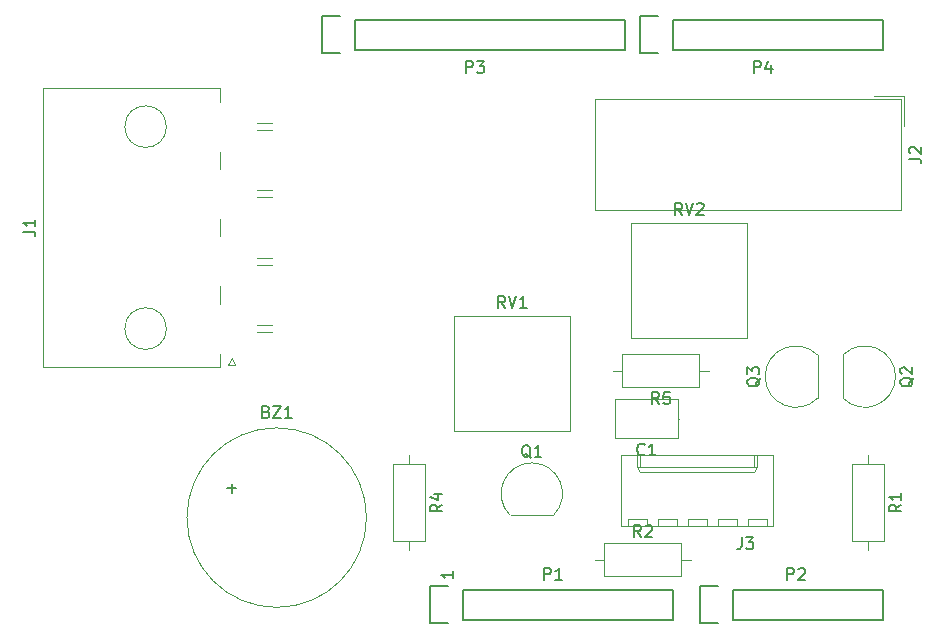
<source format=gbr>
G04 #@! TF.GenerationSoftware,KiCad,Pcbnew,5.0.2+dfsg1-1*
G04 #@! TF.CreationDate,2019-08-29T13:15:50-03:00*
G04 #@! TF.ProjectId,Placa_lcd_cont_geiger,506c6163-615f-46c6-9364-5f636f6e745f,rev?*
G04 #@! TF.SameCoordinates,Original*
G04 #@! TF.FileFunction,Legend,Top*
G04 #@! TF.FilePolarity,Positive*
%FSLAX46Y46*%
G04 Gerber Fmt 4.6, Leading zero omitted, Abs format (unit mm)*
G04 Created by KiCad (PCBNEW 5.0.2+dfsg1-1) date jue 29 ago 2019 13:15:50 -03*
%MOMM*%
%LPD*%
G01*
G04 APERTURE LIST*
%ADD10C,0.150000*%
%ADD11C,0.120000*%
G04 APERTURE END LIST*
D10*
X139390380Y-120999285D02*
X139390380Y-121570714D01*
X139390380Y-121285000D02*
X138390380Y-121285000D01*
X138533238Y-121380238D01*
X138628476Y-121475476D01*
X138676095Y-121570714D01*
D11*
G04 #@! TO.C,Q2*
X172405522Y-106359478D02*
G75*
G03X176844000Y-104521000I1838478J1838478D01*
G01*
X172405522Y-102682522D02*
G75*
G02X176844000Y-104521000I1838478J-1838478D01*
G01*
X172394000Y-102721000D02*
X172394000Y-106321000D01*
G04 #@! TO.C,RV2*
X164258000Y-91508000D02*
X164258000Y-101278000D01*
X154488000Y-91508000D02*
X154488000Y-101278000D01*
X154488000Y-101278000D02*
X164258000Y-101278000D01*
X154488000Y-91508000D02*
X164258000Y-91508000D01*
D10*
G04 #@! TO.C,P1*
X140208000Y-125095000D02*
X157988000Y-125095000D01*
X157988000Y-125095000D02*
X157988000Y-122555000D01*
X157988000Y-122555000D02*
X140208000Y-122555000D01*
X137388000Y-125375000D02*
X138938000Y-125375000D01*
X140208000Y-125095000D02*
X140208000Y-122555000D01*
X138938000Y-122275000D02*
X137388000Y-122275000D01*
X137388000Y-122275000D02*
X137388000Y-125375000D01*
G04 #@! TO.C,P2*
X163068000Y-125095000D02*
X175768000Y-125095000D01*
X175768000Y-125095000D02*
X175768000Y-122555000D01*
X175768000Y-122555000D02*
X163068000Y-122555000D01*
X160248000Y-125375000D02*
X161798000Y-125375000D01*
X163068000Y-125095000D02*
X163068000Y-122555000D01*
X161798000Y-122275000D02*
X160248000Y-122275000D01*
X160248000Y-122275000D02*
X160248000Y-125375000D01*
G04 #@! TO.C,P3*
X131064000Y-76835000D02*
X153924000Y-76835000D01*
X153924000Y-76835000D02*
X153924000Y-74295000D01*
X153924000Y-74295000D02*
X131064000Y-74295000D01*
X128244000Y-77115000D02*
X129794000Y-77115000D01*
X131064000Y-76835000D02*
X131064000Y-74295000D01*
X129794000Y-74015000D02*
X128244000Y-74015000D01*
X128244000Y-74015000D02*
X128244000Y-77115000D01*
G04 #@! TO.C,P4*
X157988000Y-76835000D02*
X175768000Y-76835000D01*
X175768000Y-76835000D02*
X175768000Y-74295000D01*
X175768000Y-74295000D02*
X157988000Y-74295000D01*
X155168000Y-77115000D02*
X156718000Y-77115000D01*
X157988000Y-76835000D02*
X157988000Y-74295000D01*
X156718000Y-74015000D02*
X155168000Y-74015000D01*
X155168000Y-74015000D02*
X155168000Y-77115000D01*
D11*
G04 #@! TO.C,BZ1*
X132050000Y-116459000D02*
G75*
G03X132050000Y-116459000I-7600000J0D01*
G01*
G04 #@! TO.C,C1*
X158432000Y-109747000D02*
X158432000Y-106407000D01*
X158432000Y-106407000D02*
X153092000Y-106407000D01*
X153092000Y-106407000D02*
X153092000Y-109747000D01*
X153092000Y-109747000D02*
X158432000Y-109747000D01*
X158472000Y-108077000D02*
X158432000Y-108077000D01*
X153052000Y-108077000D02*
X153092000Y-108077000D01*
G04 #@! TO.C,J1*
X115110000Y-100457000D02*
G75*
G03X115110000Y-100457000I-1760000J0D01*
G01*
X115110000Y-83357000D02*
G75*
G03X115110000Y-83357000I-1760000J0D01*
G01*
X104640000Y-91907000D02*
X104640000Y-103742000D01*
X104640000Y-103742000D02*
X119660000Y-103742000D01*
X119660000Y-103742000D02*
X119660000Y-102567000D01*
X104640000Y-91907000D02*
X104640000Y-80072000D01*
X104640000Y-80072000D02*
X119660000Y-80072000D01*
X119660000Y-80072000D02*
X119660000Y-81247000D01*
X119660000Y-98347000D02*
X119660000Y-96867000D01*
X119660000Y-92647000D02*
X119660000Y-91167000D01*
X119660000Y-86947000D02*
X119660000Y-85467000D01*
X122760000Y-100757000D02*
X124040000Y-100757000D01*
X122760000Y-100157000D02*
X124040000Y-100157000D01*
X122760000Y-95057000D02*
X124040000Y-95057000D01*
X122760000Y-94457000D02*
X124040000Y-94457000D01*
X122760000Y-89357000D02*
X124040000Y-89357000D01*
X122760000Y-88757000D02*
X124040000Y-88757000D01*
X122760000Y-83657000D02*
X124040000Y-83657000D01*
X122760000Y-83057000D02*
X124040000Y-83057000D01*
X120650000Y-102957000D02*
X120950000Y-103557000D01*
X120950000Y-103557000D02*
X120350000Y-103557000D01*
X120350000Y-103557000D02*
X120650000Y-102957000D01*
G04 #@! TO.C,J2*
X177308000Y-90400000D02*
X151368000Y-90400000D01*
X151368000Y-90400000D02*
X151368000Y-81050000D01*
X151368000Y-81050000D02*
X177308000Y-81050000D01*
X177308000Y-81050000D02*
X177308000Y-90400000D01*
X177558000Y-80800000D02*
X175018000Y-80800000D01*
X177558000Y-80800000D02*
X177558000Y-83340000D01*
G04 #@! TO.C,Q1*
X144250000Y-116277000D02*
X147850000Y-116277000D01*
X144211522Y-116265478D02*
G75*
G02X146050000Y-111827000I1838478J1838478D01*
G01*
X147888478Y-116265478D02*
G75*
G03X146050000Y-111827000I-1838478J1838478D01*
G01*
G04 #@! TO.C,R1*
X174498000Y-119229000D02*
X174498000Y-118459000D01*
X174498000Y-111149000D02*
X174498000Y-111919000D01*
X175868000Y-118459000D02*
X175868000Y-111919000D01*
X173128000Y-118459000D02*
X175868000Y-118459000D01*
X173128000Y-111919000D02*
X173128000Y-118459000D01*
X175868000Y-111919000D02*
X173128000Y-111919000D01*
G04 #@! TO.C,R2*
X152178000Y-118645000D02*
X152178000Y-121385000D01*
X152178000Y-121385000D02*
X158718000Y-121385000D01*
X158718000Y-121385000D02*
X158718000Y-118645000D01*
X158718000Y-118645000D02*
X152178000Y-118645000D01*
X151408000Y-120015000D02*
X152178000Y-120015000D01*
X159488000Y-120015000D02*
X158718000Y-120015000D01*
G04 #@! TO.C,R4*
X137006000Y-111919000D02*
X134266000Y-111919000D01*
X134266000Y-111919000D02*
X134266000Y-118459000D01*
X134266000Y-118459000D02*
X137006000Y-118459000D01*
X137006000Y-118459000D02*
X137006000Y-111919000D01*
X135636000Y-111149000D02*
X135636000Y-111919000D01*
X135636000Y-119229000D02*
X135636000Y-118459000D01*
G04 #@! TO.C,R5*
X152932000Y-104013000D02*
X153702000Y-104013000D01*
X161012000Y-104013000D02*
X160242000Y-104013000D01*
X153702000Y-105383000D02*
X160242000Y-105383000D01*
X153702000Y-102643000D02*
X153702000Y-105383000D01*
X160242000Y-102643000D02*
X153702000Y-102643000D01*
X160242000Y-105383000D02*
X160242000Y-102643000D01*
G04 #@! TO.C,RV1*
X139502000Y-99382000D02*
X149272000Y-99382000D01*
X139502000Y-109152000D02*
X149272000Y-109152000D01*
X139502000Y-99382000D02*
X139502000Y-109152000D01*
X149272000Y-99382000D02*
X149272000Y-109152000D01*
G04 #@! TO.C,Q3*
X170252000Y-106321000D02*
X170252000Y-102721000D01*
X170240478Y-106359478D02*
G75*
G02X165802000Y-104521000I-1838478J1838478D01*
G01*
X170240478Y-102682522D02*
G75*
G03X165802000Y-104521000I-1838478J-1838478D01*
G01*
G04 #@! TO.C,J3*
X166510000Y-117193000D02*
X166510000Y-111193000D01*
X166510000Y-111193000D02*
X153610000Y-111193000D01*
X153610000Y-111193000D02*
X153610000Y-117193000D01*
X153610000Y-117193000D02*
X166510000Y-117193000D01*
X165140000Y-111193000D02*
X165140000Y-112193000D01*
X165140000Y-112193000D02*
X154980000Y-112193000D01*
X154980000Y-112193000D02*
X154980000Y-111193000D01*
X165140000Y-112193000D02*
X164890000Y-112623000D01*
X164890000Y-112623000D02*
X155230000Y-112623000D01*
X155230000Y-112623000D02*
X154980000Y-112193000D01*
X164890000Y-111193000D02*
X164890000Y-112193000D01*
X155230000Y-111193000D02*
X155230000Y-112193000D01*
X165940000Y-117193000D02*
X165940000Y-116573000D01*
X165940000Y-116573000D02*
X164340000Y-116573000D01*
X164340000Y-116573000D02*
X164340000Y-117193000D01*
X163400000Y-117193000D02*
X163400000Y-116573000D01*
X163400000Y-116573000D02*
X161800000Y-116573000D01*
X161800000Y-116573000D02*
X161800000Y-117193000D01*
X160860000Y-117193000D02*
X160860000Y-116573000D01*
X160860000Y-116573000D02*
X159260000Y-116573000D01*
X159260000Y-116573000D02*
X159260000Y-117193000D01*
X158320000Y-117193000D02*
X158320000Y-116573000D01*
X158320000Y-116573000D02*
X156720000Y-116573000D01*
X156720000Y-116573000D02*
X156720000Y-117193000D01*
X155780000Y-117193000D02*
X155780000Y-116573000D01*
X155780000Y-116573000D02*
X154180000Y-116573000D01*
X154180000Y-116573000D02*
X154180000Y-117193000D01*
G04 #@! TO.C,Q2*
D10*
X178351619Y-104616238D02*
X178304000Y-104711476D01*
X178208761Y-104806714D01*
X178065904Y-104949571D01*
X178018285Y-105044809D01*
X178018285Y-105140047D01*
X178256380Y-105092428D02*
X178208761Y-105187666D01*
X178113523Y-105282904D01*
X177923047Y-105330523D01*
X177589714Y-105330523D01*
X177399238Y-105282904D01*
X177304000Y-105187666D01*
X177256380Y-105092428D01*
X177256380Y-104901952D01*
X177304000Y-104806714D01*
X177399238Y-104711476D01*
X177589714Y-104663857D01*
X177923047Y-104663857D01*
X178113523Y-104711476D01*
X178208761Y-104806714D01*
X178256380Y-104901952D01*
X178256380Y-105092428D01*
X177351619Y-104282904D02*
X177304000Y-104235285D01*
X177256380Y-104140047D01*
X177256380Y-103901952D01*
X177304000Y-103806714D01*
X177351619Y-103759095D01*
X177446857Y-103711476D01*
X177542095Y-103711476D01*
X177684952Y-103759095D01*
X178256380Y-104330523D01*
X178256380Y-103711476D01*
G04 #@! TO.C,RV2*
X158777761Y-90830380D02*
X158444428Y-90354190D01*
X158206333Y-90830380D02*
X158206333Y-89830380D01*
X158587285Y-89830380D01*
X158682523Y-89878000D01*
X158730142Y-89925619D01*
X158777761Y-90020857D01*
X158777761Y-90163714D01*
X158730142Y-90258952D01*
X158682523Y-90306571D01*
X158587285Y-90354190D01*
X158206333Y-90354190D01*
X159063476Y-89830380D02*
X159396809Y-90830380D01*
X159730142Y-89830380D01*
X160015857Y-89925619D02*
X160063476Y-89878000D01*
X160158714Y-89830380D01*
X160396809Y-89830380D01*
X160492047Y-89878000D01*
X160539666Y-89925619D01*
X160587285Y-90020857D01*
X160587285Y-90116095D01*
X160539666Y-90258952D01*
X159968238Y-90830380D01*
X160587285Y-90830380D01*
G04 #@! TO.C,P1*
X147089904Y-121737380D02*
X147089904Y-120737380D01*
X147470857Y-120737380D01*
X147566095Y-120785000D01*
X147613714Y-120832619D01*
X147661333Y-120927857D01*
X147661333Y-121070714D01*
X147613714Y-121165952D01*
X147566095Y-121213571D01*
X147470857Y-121261190D01*
X147089904Y-121261190D01*
X148613714Y-121737380D02*
X148042285Y-121737380D01*
X148328000Y-121737380D02*
X148328000Y-120737380D01*
X148232761Y-120880238D01*
X148137523Y-120975476D01*
X148042285Y-121023095D01*
G04 #@! TO.C,P2*
X167663904Y-121737380D02*
X167663904Y-120737380D01*
X168044857Y-120737380D01*
X168140095Y-120785000D01*
X168187714Y-120832619D01*
X168235333Y-120927857D01*
X168235333Y-121070714D01*
X168187714Y-121165952D01*
X168140095Y-121213571D01*
X168044857Y-121261190D01*
X167663904Y-121261190D01*
X168616285Y-120832619D02*
X168663904Y-120785000D01*
X168759142Y-120737380D01*
X168997238Y-120737380D01*
X169092476Y-120785000D01*
X169140095Y-120832619D01*
X169187714Y-120927857D01*
X169187714Y-121023095D01*
X169140095Y-121165952D01*
X168568666Y-121737380D01*
X169187714Y-121737380D01*
G04 #@! TO.C,P3*
X140485904Y-78811380D02*
X140485904Y-77811380D01*
X140866857Y-77811380D01*
X140962095Y-77859000D01*
X141009714Y-77906619D01*
X141057333Y-78001857D01*
X141057333Y-78144714D01*
X141009714Y-78239952D01*
X140962095Y-78287571D01*
X140866857Y-78335190D01*
X140485904Y-78335190D01*
X141390666Y-77811380D02*
X142009714Y-77811380D01*
X141676380Y-78192333D01*
X141819238Y-78192333D01*
X141914476Y-78239952D01*
X141962095Y-78287571D01*
X142009714Y-78382809D01*
X142009714Y-78620904D01*
X141962095Y-78716142D01*
X141914476Y-78763761D01*
X141819238Y-78811380D01*
X141533523Y-78811380D01*
X141438285Y-78763761D01*
X141390666Y-78716142D01*
G04 #@! TO.C,P4*
X164869904Y-78811380D02*
X164869904Y-77811380D01*
X165250857Y-77811380D01*
X165346095Y-77859000D01*
X165393714Y-77906619D01*
X165441333Y-78001857D01*
X165441333Y-78144714D01*
X165393714Y-78239952D01*
X165346095Y-78287571D01*
X165250857Y-78335190D01*
X164869904Y-78335190D01*
X166298476Y-78144714D02*
X166298476Y-78811380D01*
X166060380Y-77763761D02*
X165822285Y-78478047D01*
X166441333Y-78478047D01*
G04 #@! TO.C,BZ1*
X123579047Y-107497571D02*
X123721904Y-107545190D01*
X123769523Y-107592809D01*
X123817142Y-107688047D01*
X123817142Y-107830904D01*
X123769523Y-107926142D01*
X123721904Y-107973761D01*
X123626666Y-108021380D01*
X123245714Y-108021380D01*
X123245714Y-107021380D01*
X123579047Y-107021380D01*
X123674285Y-107069000D01*
X123721904Y-107116619D01*
X123769523Y-107211857D01*
X123769523Y-107307095D01*
X123721904Y-107402333D01*
X123674285Y-107449952D01*
X123579047Y-107497571D01*
X123245714Y-107497571D01*
X124150476Y-107021380D02*
X124817142Y-107021380D01*
X124150476Y-108021380D01*
X124817142Y-108021380D01*
X125721904Y-108021380D02*
X125150476Y-108021380D01*
X125436190Y-108021380D02*
X125436190Y-107021380D01*
X125340952Y-107164238D01*
X125245714Y-107259476D01*
X125150476Y-107307095D01*
X120259047Y-113990428D02*
X121020952Y-113990428D01*
X120640000Y-114371380D02*
X120640000Y-113609476D01*
G04 #@! TO.C,C1*
X155595333Y-111104142D02*
X155547714Y-111151761D01*
X155404857Y-111199380D01*
X155309619Y-111199380D01*
X155166761Y-111151761D01*
X155071523Y-111056523D01*
X155023904Y-110961285D01*
X154976285Y-110770809D01*
X154976285Y-110627952D01*
X155023904Y-110437476D01*
X155071523Y-110342238D01*
X155166761Y-110247000D01*
X155309619Y-110199380D01*
X155404857Y-110199380D01*
X155547714Y-110247000D01*
X155595333Y-110294619D01*
X156547714Y-111199380D02*
X155976285Y-111199380D01*
X156262000Y-111199380D02*
X156262000Y-110199380D01*
X156166761Y-110342238D01*
X156071523Y-110437476D01*
X155976285Y-110485095D01*
G04 #@! TO.C,J1*
X103002380Y-92240333D02*
X103716666Y-92240333D01*
X103859523Y-92287952D01*
X103954761Y-92383190D01*
X104002380Y-92526047D01*
X104002380Y-92621285D01*
X104002380Y-91240333D02*
X104002380Y-91811761D01*
X104002380Y-91526047D02*
X103002380Y-91526047D01*
X103145238Y-91621285D01*
X103240476Y-91716523D01*
X103288095Y-91811761D01*
G04 #@! TO.C,J2*
X178014380Y-86058333D02*
X178728666Y-86058333D01*
X178871523Y-86105952D01*
X178966761Y-86201190D01*
X179014380Y-86344047D01*
X179014380Y-86439285D01*
X178109619Y-85629761D02*
X178062000Y-85582142D01*
X178014380Y-85486904D01*
X178014380Y-85248809D01*
X178062000Y-85153571D01*
X178109619Y-85105952D01*
X178204857Y-85058333D01*
X178300095Y-85058333D01*
X178442952Y-85105952D01*
X179014380Y-85677380D01*
X179014380Y-85058333D01*
G04 #@! TO.C,Q1*
X145954761Y-111414619D02*
X145859523Y-111367000D01*
X145764285Y-111271761D01*
X145621428Y-111128904D01*
X145526190Y-111081285D01*
X145430952Y-111081285D01*
X145478571Y-111319380D02*
X145383333Y-111271761D01*
X145288095Y-111176523D01*
X145240476Y-110986047D01*
X145240476Y-110652714D01*
X145288095Y-110462238D01*
X145383333Y-110367000D01*
X145478571Y-110319380D01*
X145669047Y-110319380D01*
X145764285Y-110367000D01*
X145859523Y-110462238D01*
X145907142Y-110652714D01*
X145907142Y-110986047D01*
X145859523Y-111176523D01*
X145764285Y-111271761D01*
X145669047Y-111319380D01*
X145478571Y-111319380D01*
X146859523Y-111319380D02*
X146288095Y-111319380D01*
X146573809Y-111319380D02*
X146573809Y-110319380D01*
X146478571Y-110462238D01*
X146383333Y-110557476D01*
X146288095Y-110605095D01*
G04 #@! TO.C,R1*
X177320380Y-115355666D02*
X176844190Y-115689000D01*
X177320380Y-115927095D02*
X176320380Y-115927095D01*
X176320380Y-115546142D01*
X176368000Y-115450904D01*
X176415619Y-115403285D01*
X176510857Y-115355666D01*
X176653714Y-115355666D01*
X176748952Y-115403285D01*
X176796571Y-115450904D01*
X176844190Y-115546142D01*
X176844190Y-115927095D01*
X177320380Y-114403285D02*
X177320380Y-114974714D01*
X177320380Y-114689000D02*
X176320380Y-114689000D01*
X176463238Y-114784238D01*
X176558476Y-114879476D01*
X176606095Y-114974714D01*
G04 #@! TO.C,R2*
X155281333Y-118097380D02*
X154948000Y-117621190D01*
X154709904Y-118097380D02*
X154709904Y-117097380D01*
X155090857Y-117097380D01*
X155186095Y-117145000D01*
X155233714Y-117192619D01*
X155281333Y-117287857D01*
X155281333Y-117430714D01*
X155233714Y-117525952D01*
X155186095Y-117573571D01*
X155090857Y-117621190D01*
X154709904Y-117621190D01*
X155662285Y-117192619D02*
X155709904Y-117145000D01*
X155805142Y-117097380D01*
X156043238Y-117097380D01*
X156138476Y-117145000D01*
X156186095Y-117192619D01*
X156233714Y-117287857D01*
X156233714Y-117383095D01*
X156186095Y-117525952D01*
X155614666Y-118097380D01*
X156233714Y-118097380D01*
G04 #@! TO.C,R4*
X138458380Y-115355666D02*
X137982190Y-115689000D01*
X138458380Y-115927095D02*
X137458380Y-115927095D01*
X137458380Y-115546142D01*
X137506000Y-115450904D01*
X137553619Y-115403285D01*
X137648857Y-115355666D01*
X137791714Y-115355666D01*
X137886952Y-115403285D01*
X137934571Y-115450904D01*
X137982190Y-115546142D01*
X137982190Y-115927095D01*
X137791714Y-114498523D02*
X138458380Y-114498523D01*
X137410761Y-114736619D02*
X138125047Y-114974714D01*
X138125047Y-114355666D01*
G04 #@! TO.C,R5*
X156805333Y-106835380D02*
X156472000Y-106359190D01*
X156233904Y-106835380D02*
X156233904Y-105835380D01*
X156614857Y-105835380D01*
X156710095Y-105883000D01*
X156757714Y-105930619D01*
X156805333Y-106025857D01*
X156805333Y-106168714D01*
X156757714Y-106263952D01*
X156710095Y-106311571D01*
X156614857Y-106359190D01*
X156233904Y-106359190D01*
X157710095Y-105835380D02*
X157233904Y-105835380D01*
X157186285Y-106311571D01*
X157233904Y-106263952D01*
X157329142Y-106216333D01*
X157567238Y-106216333D01*
X157662476Y-106263952D01*
X157710095Y-106311571D01*
X157757714Y-106406809D01*
X157757714Y-106644904D01*
X157710095Y-106740142D01*
X157662476Y-106787761D01*
X157567238Y-106835380D01*
X157329142Y-106835380D01*
X157233904Y-106787761D01*
X157186285Y-106740142D01*
G04 #@! TO.C,RV1*
X143791761Y-98704380D02*
X143458428Y-98228190D01*
X143220333Y-98704380D02*
X143220333Y-97704380D01*
X143601285Y-97704380D01*
X143696523Y-97752000D01*
X143744142Y-97799619D01*
X143791761Y-97894857D01*
X143791761Y-98037714D01*
X143744142Y-98132952D01*
X143696523Y-98180571D01*
X143601285Y-98228190D01*
X143220333Y-98228190D01*
X144077476Y-97704380D02*
X144410809Y-98704380D01*
X144744142Y-97704380D01*
X145601285Y-98704380D02*
X145029857Y-98704380D01*
X145315571Y-98704380D02*
X145315571Y-97704380D01*
X145220333Y-97847238D01*
X145125095Y-97942476D01*
X145029857Y-97990095D01*
G04 #@! TO.C,Q3*
X165389619Y-104616238D02*
X165342000Y-104711476D01*
X165246761Y-104806714D01*
X165103904Y-104949571D01*
X165056285Y-105044809D01*
X165056285Y-105140047D01*
X165294380Y-105092428D02*
X165246761Y-105187666D01*
X165151523Y-105282904D01*
X164961047Y-105330523D01*
X164627714Y-105330523D01*
X164437238Y-105282904D01*
X164342000Y-105187666D01*
X164294380Y-105092428D01*
X164294380Y-104901952D01*
X164342000Y-104806714D01*
X164437238Y-104711476D01*
X164627714Y-104663857D01*
X164961047Y-104663857D01*
X165151523Y-104711476D01*
X165246761Y-104806714D01*
X165294380Y-104901952D01*
X165294380Y-105092428D01*
X164294380Y-104330523D02*
X164294380Y-103711476D01*
X164675333Y-104044809D01*
X164675333Y-103901952D01*
X164722952Y-103806714D01*
X164770571Y-103759095D01*
X164865809Y-103711476D01*
X165103904Y-103711476D01*
X165199142Y-103759095D01*
X165246761Y-103806714D01*
X165294380Y-103901952D01*
X165294380Y-104187666D01*
X165246761Y-104282904D01*
X165199142Y-104330523D01*
G04 #@! TO.C,J3*
X163806666Y-118125380D02*
X163806666Y-118839666D01*
X163759047Y-118982523D01*
X163663809Y-119077761D01*
X163520952Y-119125380D01*
X163425714Y-119125380D01*
X164187619Y-118125380D02*
X164806666Y-118125380D01*
X164473333Y-118506333D01*
X164616190Y-118506333D01*
X164711428Y-118553952D01*
X164759047Y-118601571D01*
X164806666Y-118696809D01*
X164806666Y-118934904D01*
X164759047Y-119030142D01*
X164711428Y-119077761D01*
X164616190Y-119125380D01*
X164330476Y-119125380D01*
X164235238Y-119077761D01*
X164187619Y-119030142D01*
G04 #@! TD*
M02*

</source>
